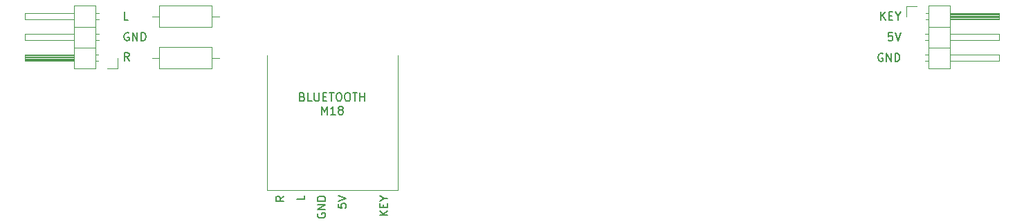
<source format=gto>
G04 #@! TF.GenerationSoftware,KiCad,Pcbnew,(5.1.7)-1*
G04 #@! TF.CreationDate,2022-02-16T20:37:06+01:00*
G04 #@! TF.ProjectId,bluetooth-board,626c7565-746f-46f7-9468-2d626f617264,rev?*
G04 #@! TF.SameCoordinates,Original*
G04 #@! TF.FileFunction,Legend,Top*
G04 #@! TF.FilePolarity,Positive*
%FSLAX46Y46*%
G04 Gerber Fmt 4.6, Leading zero omitted, Abs format (unit mm)*
G04 Created by KiCad (PCBNEW (5.1.7)-1) date 2022-02-16 20:37:06*
%MOMM*%
%LPD*%
G01*
G04 APERTURE LIST*
%ADD10C,0.150000*%
%ADD11C,0.120000*%
%ADD12R,1.700000X1.700000*%
%ADD13O,1.700000X1.700000*%
%ADD14C,1.700000*%
%ADD15C,1.600000*%
%ADD16O,1.600000X1.600000*%
%ADD17C,3.200000*%
G04 APERTURE END LIST*
D10*
X43109404Y-43790000D02*
X43014166Y-43742380D01*
X42871309Y-43742380D01*
X42728452Y-43790000D01*
X42633214Y-43885238D01*
X42585595Y-43980476D01*
X42537976Y-44170952D01*
X42537976Y-44313809D01*
X42585595Y-44504285D01*
X42633214Y-44599523D01*
X42728452Y-44694761D01*
X42871309Y-44742380D01*
X42966547Y-44742380D01*
X43109404Y-44694761D01*
X43157023Y-44647142D01*
X43157023Y-44313809D01*
X42966547Y-44313809D01*
X43585595Y-44742380D02*
X43585595Y-43742380D01*
X44157023Y-44742380D01*
X44157023Y-43742380D01*
X44633214Y-44742380D02*
X44633214Y-43742380D01*
X44871309Y-43742380D01*
X45014166Y-43790000D01*
X45109404Y-43885238D01*
X45157023Y-43980476D01*
X45204642Y-44170952D01*
X45204642Y-44313809D01*
X45157023Y-44504285D01*
X45109404Y-44599523D01*
X45014166Y-44694761D01*
X44871309Y-44742380D01*
X44633214Y-44742380D01*
X74802380Y-66121309D02*
X73802380Y-66121309D01*
X74802380Y-65549880D02*
X74230952Y-65978452D01*
X73802380Y-65549880D02*
X74373809Y-66121309D01*
X74278571Y-65121309D02*
X74278571Y-64787976D01*
X74802380Y-64645119D02*
X74802380Y-65121309D01*
X73802380Y-65121309D01*
X73802380Y-64645119D01*
X74326190Y-64026071D02*
X74802380Y-64026071D01*
X73802380Y-64359404D02*
X74326190Y-64026071D01*
X73802380Y-63692738D01*
X62102380Y-63787976D02*
X61626190Y-64121309D01*
X62102380Y-64359404D02*
X61102380Y-64359404D01*
X61102380Y-63978452D01*
X61150000Y-63883214D01*
X61197619Y-63835595D01*
X61292857Y-63787976D01*
X61435714Y-63787976D01*
X61530952Y-63835595D01*
X61578571Y-63883214D01*
X61626190Y-63978452D01*
X61626190Y-64359404D01*
X64642380Y-63692738D02*
X64642380Y-64168928D01*
X63642380Y-64168928D01*
X66230000Y-65883214D02*
X66182380Y-65978452D01*
X66182380Y-66121309D01*
X66230000Y-66264166D01*
X66325238Y-66359404D01*
X66420476Y-66407023D01*
X66610952Y-66454642D01*
X66753809Y-66454642D01*
X66944285Y-66407023D01*
X67039523Y-66359404D01*
X67134761Y-66264166D01*
X67182380Y-66121309D01*
X67182380Y-66026071D01*
X67134761Y-65883214D01*
X67087142Y-65835595D01*
X66753809Y-65835595D01*
X66753809Y-66026071D01*
X67182380Y-65407023D02*
X66182380Y-65407023D01*
X67182380Y-64835595D01*
X66182380Y-64835595D01*
X67182380Y-64359404D02*
X66182380Y-64359404D01*
X66182380Y-64121309D01*
X66230000Y-63978452D01*
X66325238Y-63883214D01*
X66420476Y-63835595D01*
X66610952Y-63787976D01*
X66753809Y-63787976D01*
X66944285Y-63835595D01*
X67039523Y-63883214D01*
X67134761Y-63978452D01*
X67182380Y-64121309D01*
X67182380Y-64359404D01*
X68722380Y-64692738D02*
X68722380Y-65168928D01*
X69198571Y-65216547D01*
X69150952Y-65168928D01*
X69103333Y-65073690D01*
X69103333Y-64835595D01*
X69150952Y-64740357D01*
X69198571Y-64692738D01*
X69293809Y-64645119D01*
X69531904Y-64645119D01*
X69627142Y-64692738D01*
X69674761Y-64740357D01*
X69722380Y-64835595D01*
X69722380Y-65073690D01*
X69674761Y-65168928D01*
X69627142Y-65216547D01*
X68722380Y-64359404D02*
X69722380Y-64026071D01*
X68722380Y-63692738D01*
D11*
X60000000Y-63000000D02*
X76000000Y-63000000D01*
D10*
X135366785Y-46330000D02*
X135271547Y-46282380D01*
X135128690Y-46282380D01*
X134985833Y-46330000D01*
X134890595Y-46425238D01*
X134842976Y-46520476D01*
X134795357Y-46710952D01*
X134795357Y-46853809D01*
X134842976Y-47044285D01*
X134890595Y-47139523D01*
X134985833Y-47234761D01*
X135128690Y-47282380D01*
X135223928Y-47282380D01*
X135366785Y-47234761D01*
X135414404Y-47187142D01*
X135414404Y-46853809D01*
X135223928Y-46853809D01*
X135842976Y-47282380D02*
X135842976Y-46282380D01*
X136414404Y-47282380D01*
X136414404Y-46282380D01*
X136890595Y-47282380D02*
X136890595Y-46282380D01*
X137128690Y-46282380D01*
X137271547Y-46330000D01*
X137366785Y-46425238D01*
X137414404Y-46520476D01*
X137462023Y-46710952D01*
X137462023Y-46853809D01*
X137414404Y-47044285D01*
X137366785Y-47139523D01*
X137271547Y-47234761D01*
X137128690Y-47282380D01*
X136890595Y-47282380D01*
X136557261Y-43742380D02*
X136081071Y-43742380D01*
X136033452Y-44218571D01*
X136081071Y-44170952D01*
X136176309Y-44123333D01*
X136414404Y-44123333D01*
X136509642Y-44170952D01*
X136557261Y-44218571D01*
X136604880Y-44313809D01*
X136604880Y-44551904D01*
X136557261Y-44647142D01*
X136509642Y-44694761D01*
X136414404Y-44742380D01*
X136176309Y-44742380D01*
X136081071Y-44694761D01*
X136033452Y-44647142D01*
X136890595Y-43742380D02*
X137223928Y-44742380D01*
X137557261Y-43742380D01*
X135128690Y-42202380D02*
X135128690Y-41202380D01*
X135700119Y-42202380D02*
X135271547Y-41630952D01*
X135700119Y-41202380D02*
X135128690Y-41773809D01*
X136128690Y-41678571D02*
X136462023Y-41678571D01*
X136604880Y-42202380D02*
X136128690Y-42202380D01*
X136128690Y-41202380D01*
X136604880Y-41202380D01*
X137223928Y-41726190D02*
X137223928Y-42202380D01*
X136890595Y-41202380D02*
X137223928Y-41726190D01*
X137557261Y-41202380D01*
X43157023Y-47202380D02*
X42823690Y-46726190D01*
X42585595Y-47202380D02*
X42585595Y-46202380D01*
X42966547Y-46202380D01*
X43061785Y-46250000D01*
X43109404Y-46297619D01*
X43157023Y-46392857D01*
X43157023Y-46535714D01*
X43109404Y-46630952D01*
X43061785Y-46678571D01*
X42966547Y-46726190D01*
X42585595Y-46726190D01*
X43061785Y-42202380D02*
X42585595Y-42202380D01*
X42585595Y-41202380D01*
X64357142Y-51603571D02*
X64500000Y-51651190D01*
X64547619Y-51698809D01*
X64595238Y-51794047D01*
X64595238Y-51936904D01*
X64547619Y-52032142D01*
X64500000Y-52079761D01*
X64404761Y-52127380D01*
X64023809Y-52127380D01*
X64023809Y-51127380D01*
X64357142Y-51127380D01*
X64452380Y-51175000D01*
X64500000Y-51222619D01*
X64547619Y-51317857D01*
X64547619Y-51413095D01*
X64500000Y-51508333D01*
X64452380Y-51555952D01*
X64357142Y-51603571D01*
X64023809Y-51603571D01*
X65500000Y-52127380D02*
X65023809Y-52127380D01*
X65023809Y-51127380D01*
X65833333Y-51127380D02*
X65833333Y-51936904D01*
X65880952Y-52032142D01*
X65928571Y-52079761D01*
X66023809Y-52127380D01*
X66214285Y-52127380D01*
X66309523Y-52079761D01*
X66357142Y-52032142D01*
X66404761Y-51936904D01*
X66404761Y-51127380D01*
X66880952Y-51603571D02*
X67214285Y-51603571D01*
X67357142Y-52127380D02*
X66880952Y-52127380D01*
X66880952Y-51127380D01*
X67357142Y-51127380D01*
X67642857Y-51127380D02*
X68214285Y-51127380D01*
X67928571Y-52127380D02*
X67928571Y-51127380D01*
X68738095Y-51127380D02*
X68928571Y-51127380D01*
X69023809Y-51175000D01*
X69119047Y-51270238D01*
X69166666Y-51460714D01*
X69166666Y-51794047D01*
X69119047Y-51984523D01*
X69023809Y-52079761D01*
X68928571Y-52127380D01*
X68738095Y-52127380D01*
X68642857Y-52079761D01*
X68547619Y-51984523D01*
X68500000Y-51794047D01*
X68500000Y-51460714D01*
X68547619Y-51270238D01*
X68642857Y-51175000D01*
X68738095Y-51127380D01*
X69785714Y-51127380D02*
X69976190Y-51127380D01*
X70071428Y-51175000D01*
X70166666Y-51270238D01*
X70214285Y-51460714D01*
X70214285Y-51794047D01*
X70166666Y-51984523D01*
X70071428Y-52079761D01*
X69976190Y-52127380D01*
X69785714Y-52127380D01*
X69690476Y-52079761D01*
X69595238Y-51984523D01*
X69547619Y-51794047D01*
X69547619Y-51460714D01*
X69595238Y-51270238D01*
X69690476Y-51175000D01*
X69785714Y-51127380D01*
X70500000Y-51127380D02*
X71071428Y-51127380D01*
X70785714Y-52127380D02*
X70785714Y-51127380D01*
X71404761Y-52127380D02*
X71404761Y-51127380D01*
X71404761Y-51603571D02*
X71976190Y-51603571D01*
X71976190Y-52127380D02*
X71976190Y-51127380D01*
X66714285Y-53777380D02*
X66714285Y-52777380D01*
X67047619Y-53491666D01*
X67380952Y-52777380D01*
X67380952Y-53777380D01*
X68380952Y-53777380D02*
X67809523Y-53777380D01*
X68095238Y-53777380D02*
X68095238Y-52777380D01*
X68000000Y-52920238D01*
X67904761Y-53015476D01*
X67809523Y-53063095D01*
X68952380Y-53205952D02*
X68857142Y-53158333D01*
X68809523Y-53110714D01*
X68761904Y-53015476D01*
X68761904Y-52967857D01*
X68809523Y-52872619D01*
X68857142Y-52825000D01*
X68952380Y-52777380D01*
X69142857Y-52777380D01*
X69238095Y-52825000D01*
X69285714Y-52872619D01*
X69333333Y-52967857D01*
X69333333Y-53015476D01*
X69285714Y-53110714D01*
X69238095Y-53158333D01*
X69142857Y-53205952D01*
X68952380Y-53205952D01*
X68857142Y-53253571D01*
X68809523Y-53301190D01*
X68761904Y-53396428D01*
X68761904Y-53586904D01*
X68809523Y-53682142D01*
X68857142Y-53729761D01*
X68952380Y-53777380D01*
X69142857Y-53777380D01*
X69238095Y-53729761D01*
X69285714Y-53682142D01*
X69333333Y-53586904D01*
X69333333Y-53396428D01*
X69285714Y-53301190D01*
X69238095Y-53253571D01*
X69142857Y-53205952D01*
D11*
X60000000Y-46500000D02*
X60000000Y-63000000D01*
X76000000Y-46500000D02*
X76000000Y-63000000D01*
X138230000Y-40480000D02*
X139500000Y-40480000D01*
X138230000Y-41750000D02*
X138230000Y-40480000D01*
X140542929Y-47210000D02*
X140940000Y-47210000D01*
X140542929Y-46450000D02*
X140940000Y-46450000D01*
X149600000Y-47210000D02*
X143600000Y-47210000D01*
X149600000Y-46450000D02*
X149600000Y-47210000D01*
X143600000Y-46450000D02*
X149600000Y-46450000D01*
X140940000Y-45560000D02*
X143600000Y-45560000D01*
X140542929Y-44670000D02*
X140940000Y-44670000D01*
X140542929Y-43910000D02*
X140940000Y-43910000D01*
X149600000Y-44670000D02*
X143600000Y-44670000D01*
X149600000Y-43910000D02*
X149600000Y-44670000D01*
X143600000Y-43910000D02*
X149600000Y-43910000D01*
X140940000Y-43020000D02*
X143600000Y-43020000D01*
X140610000Y-42130000D02*
X140940000Y-42130000D01*
X140610000Y-41370000D02*
X140940000Y-41370000D01*
X143600000Y-42030000D02*
X149600000Y-42030000D01*
X143600000Y-41910000D02*
X149600000Y-41910000D01*
X143600000Y-41790000D02*
X149600000Y-41790000D01*
X143600000Y-41670000D02*
X149600000Y-41670000D01*
X143600000Y-41550000D02*
X149600000Y-41550000D01*
X143600000Y-41430000D02*
X149600000Y-41430000D01*
X149600000Y-42130000D02*
X143600000Y-42130000D01*
X149600000Y-41370000D02*
X149600000Y-42130000D01*
X143600000Y-41370000D02*
X149600000Y-41370000D01*
X143600000Y-40420000D02*
X140940000Y-40420000D01*
X143600000Y-48160000D02*
X143600000Y-40420000D01*
X140940000Y-48160000D02*
X143600000Y-48160000D01*
X140940000Y-40420000D02*
X140940000Y-48160000D01*
X39060000Y-48160000D02*
X39060000Y-40420000D01*
X39060000Y-40420000D02*
X36400000Y-40420000D01*
X36400000Y-40420000D02*
X36400000Y-48160000D01*
X36400000Y-48160000D02*
X39060000Y-48160000D01*
X36400000Y-47210000D02*
X30400000Y-47210000D01*
X30400000Y-47210000D02*
X30400000Y-46450000D01*
X30400000Y-46450000D02*
X36400000Y-46450000D01*
X36400000Y-47150000D02*
X30400000Y-47150000D01*
X36400000Y-47030000D02*
X30400000Y-47030000D01*
X36400000Y-46910000D02*
X30400000Y-46910000D01*
X36400000Y-46790000D02*
X30400000Y-46790000D01*
X36400000Y-46670000D02*
X30400000Y-46670000D01*
X36400000Y-46550000D02*
X30400000Y-46550000D01*
X39390000Y-47210000D02*
X39060000Y-47210000D01*
X39390000Y-46450000D02*
X39060000Y-46450000D01*
X39060000Y-45560000D02*
X36400000Y-45560000D01*
X36400000Y-44670000D02*
X30400000Y-44670000D01*
X30400000Y-44670000D02*
X30400000Y-43910000D01*
X30400000Y-43910000D02*
X36400000Y-43910000D01*
X39457071Y-44670000D02*
X39060000Y-44670000D01*
X39457071Y-43910000D02*
X39060000Y-43910000D01*
X39060000Y-43020000D02*
X36400000Y-43020000D01*
X36400000Y-42130000D02*
X30400000Y-42130000D01*
X30400000Y-42130000D02*
X30400000Y-41370000D01*
X30400000Y-41370000D02*
X36400000Y-41370000D01*
X39457071Y-42130000D02*
X39060000Y-42130000D01*
X39457071Y-41370000D02*
X39060000Y-41370000D01*
X41770000Y-46830000D02*
X41770000Y-48100000D01*
X41770000Y-48100000D02*
X40500000Y-48100000D01*
X46870000Y-45520000D02*
X46870000Y-48140000D01*
X46870000Y-48140000D02*
X53290000Y-48140000D01*
X53290000Y-48140000D02*
X53290000Y-45520000D01*
X53290000Y-45520000D02*
X46870000Y-45520000D01*
X45980000Y-46830000D02*
X46870000Y-46830000D01*
X54180000Y-46830000D02*
X53290000Y-46830000D01*
X46870000Y-40440000D02*
X46870000Y-43060000D01*
X46870000Y-43060000D02*
X53290000Y-43060000D01*
X53290000Y-43060000D02*
X53290000Y-40440000D01*
X53290000Y-40440000D02*
X46870000Y-40440000D01*
X45980000Y-41750000D02*
X46870000Y-41750000D01*
X54180000Y-41750000D02*
X53290000Y-41750000D01*
%LPC*%
D12*
X139500000Y-41750000D03*
D13*
X139500000Y-44290000D03*
X139500000Y-46830000D03*
D12*
X40500000Y-46830000D03*
D13*
X40500000Y-44290000D03*
X40500000Y-41750000D03*
D14*
X61650000Y-61750000D03*
D13*
X64190000Y-61750000D03*
X66730000Y-61750000D03*
X69270000Y-61750000D03*
X71810000Y-61750000D03*
X74350000Y-61750000D03*
D15*
X45000000Y-46830000D03*
D16*
X55160000Y-46830000D03*
D15*
X45000000Y-41750000D03*
D16*
X55160000Y-41750000D03*
D17*
X142500000Y-57500000D03*
X37500000Y-57500000D03*
M02*

</source>
